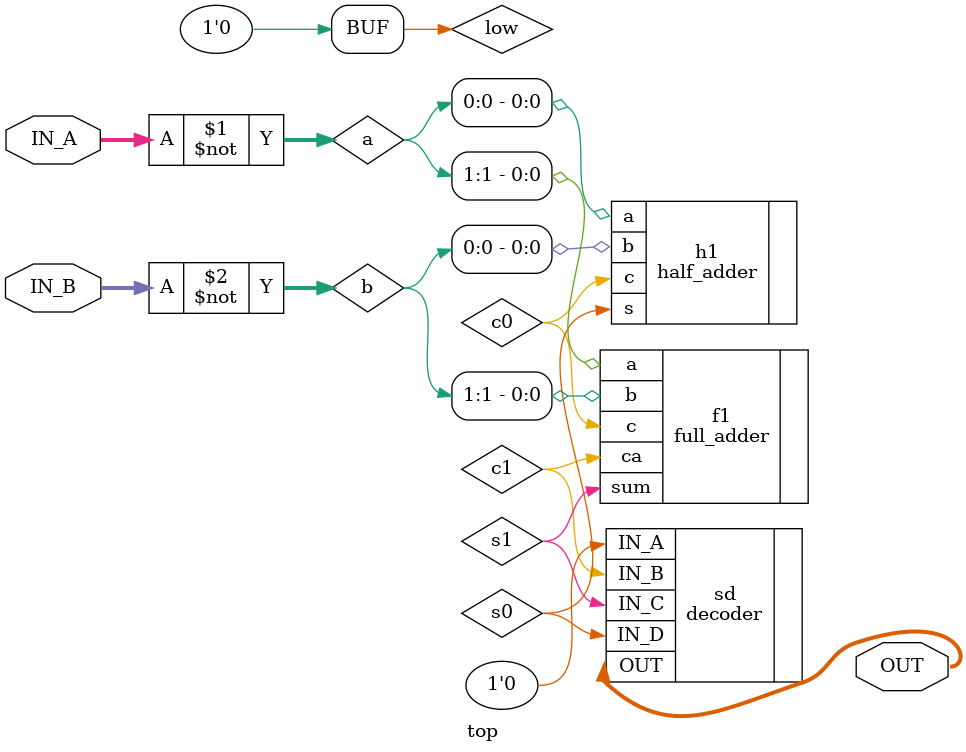
<source format=v>
`default_nettype none

module top (
    input wire [1:0] IN_A,
    input wire [1:0] IN_B,
    output wire [6:0] OUT
);
    wire [1:0] a = ~IN_A[1:0];
    wire [1:0] b = ~IN_B[1:0];
     
    wire s0;
    wire s1;
    wire c0;
    wire c1;

    wire low = 1'b0;
    

    half_adder h1 (.a(a[0]),
        .b(b[0]),
        .s(s0),
        .c(c0)
    );

    full_adder f1 (
        .a(a[1]),
        .b(b[1]),
        .c(c0),
        .sum(s1),
        .ca(c1)
    );
    
    decoder sd(
        .IN_A(low),
        .IN_B(c1),
        .IN_C(s1),
        .IN_D(s0),
        .OUT(OUT[6:0])
    );

endmodule
</source>
